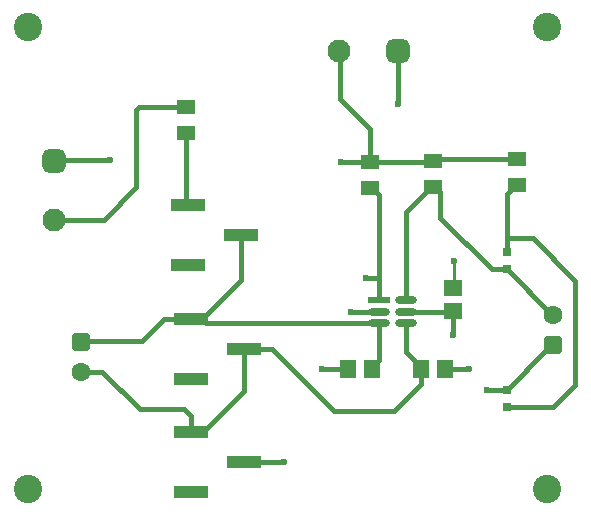
<source format=gbr>
G04*
G04 #@! TF.GenerationSoftware,Altium Limited,Altium Designer,24.1.2 (44)*
G04*
G04 Layer_Physical_Order=1*
G04 Layer_Color=255*
%FSLAX44Y44*%
%MOMM*%
G71*
G04*
G04 #@! TF.SameCoordinates,8F0F3E8E-BFDB-4773-B97D-B54856440852*
G04*
G04*
G04 #@! TF.FilePolarity,Positive*
G04*
G01*
G75*
%ADD14C,0.2540*%
%ADD15R,3.0000X1.0000*%
%ADD16R,1.6000X1.3000*%
%ADD17R,1.5500X1.3500*%
%ADD18R,1.3500X1.5500*%
%ADD19R,1.8544X0.6121*%
G04:AMPARAMS|DCode=20|XSize=1.8544mm|YSize=0.6121mm|CornerRadius=0.3061mm|HoleSize=0mm|Usage=FLASHONLY|Rotation=0.000|XOffset=0mm|YOffset=0mm|HoleType=Round|Shape=RoundedRectangle|*
%AMROUNDEDRECTD20*
21,1,1.8544,0.0000,0,0,0.0*
21,1,1.2423,0.6121,0,0,0.0*
1,1,0.6121,0.6211,0.0000*
1,1,0.6121,-0.6211,0.0000*
1,1,0.6121,-0.6211,0.0000*
1,1,0.6121,0.6211,0.0000*
%
%ADD20ROUNDEDRECTD20*%
%ADD21R,0.8000X0.8000*%
%ADD32C,0.3810*%
%ADD33C,2.4000*%
G04:AMPARAMS|DCode=34|XSize=1.6mm|YSize=1.6mm|CornerRadius=0.4mm|HoleSize=0mm|Usage=FLASHONLY|Rotation=270.000|XOffset=0mm|YOffset=0mm|HoleType=Round|Shape=RoundedRectangle|*
%AMROUNDEDRECTD34*
21,1,1.6000,0.8000,0,0,270.0*
21,1,0.8000,1.6000,0,0,270.0*
1,1,0.8000,-0.4000,-0.4000*
1,1,0.8000,-0.4000,0.4000*
1,1,0.8000,0.4000,0.4000*
1,1,0.8000,0.4000,-0.4000*
%
%ADD34ROUNDEDRECTD34*%
%ADD35C,1.6000*%
%ADD36C,1.9500*%
G04:AMPARAMS|DCode=37|XSize=1.95mm|YSize=1.95mm|CornerRadius=0.4875mm|HoleSize=0mm|Usage=FLASHONLY|Rotation=180.000|XOffset=0mm|YOffset=0mm|HoleType=Round|Shape=RoundedRectangle|*
%AMROUNDEDRECTD37*
21,1,1.9500,0.9750,0,0,180.0*
21,1,0.9750,1.9500,0,0,180.0*
1,1,0.9750,-0.4875,0.4875*
1,1,0.9750,0.4875,0.4875*
1,1,0.9750,0.4875,-0.4875*
1,1,0.9750,-0.4875,-0.4875*
%
%ADD37ROUNDEDRECTD37*%
G04:AMPARAMS|DCode=38|XSize=1.95mm|YSize=1.95mm|CornerRadius=0.4875mm|HoleSize=0mm|Usage=FLASHONLY|Rotation=270.000|XOffset=0mm|YOffset=0mm|HoleType=Round|Shape=RoundedRectangle|*
%AMROUNDEDRECTD38*
21,1,1.9500,0.9750,0,0,270.0*
21,1,0.9750,1.9500,0,0,270.0*
1,1,0.9750,-0.4875,-0.4875*
1,1,0.9750,-0.4875,0.4875*
1,1,0.9750,0.4875,0.4875*
1,1,0.9750,0.4875,-0.4875*
%
%ADD38ROUNDEDRECTD38*%
%ADD39C,0.6000*%
D14*
X1091692Y765142D02*
Y786638D01*
X1090930Y764380D02*
X1091692Y765142D01*
D15*
X869040Y591820D02*
D03*
X914040Y617220D02*
D03*
X869040Y642620D02*
D03*
Y687070D02*
D03*
X914040Y712470D02*
D03*
X869040Y737870D02*
D03*
X866500Y783590D02*
D03*
X911500Y808990D02*
D03*
X866500Y834390D02*
D03*
D16*
X1145540Y851330D02*
D03*
Y873330D02*
D03*
X1074420Y872060D02*
D03*
Y850060D02*
D03*
X1021080Y870790D02*
D03*
Y848790D02*
D03*
X864870Y917780D02*
D03*
Y895780D02*
D03*
D17*
X1090930Y744380D02*
D03*
Y764380D02*
D03*
D18*
X1064420Y695960D02*
D03*
X1084420D02*
D03*
X1022350D02*
D03*
X1002350D02*
D03*
D19*
X1028627Y753720D02*
D03*
D20*
Y744220D02*
D03*
Y734720D02*
D03*
X1051633D02*
D03*
Y744220D02*
D03*
Y753720D02*
D03*
D21*
X1136650Y663060D02*
D03*
Y678060D02*
D03*
Y794900D02*
D03*
Y779900D02*
D03*
D32*
X1090930Y724154D02*
Y744380D01*
X996618Y870790D02*
X1021080D01*
X996442Y870966D02*
X996618Y870790D01*
X1041400Y659892D02*
X1064420Y682912D01*
Y695960D01*
X990346Y659892D02*
X1041400D01*
X937768Y712470D02*
X990346Y659892D01*
X914040Y712470D02*
X937768D01*
X1175572Y663000D02*
X1194308Y681736D01*
X1136710Y663000D02*
X1175572D01*
X1194308Y681736D02*
Y770382D01*
X1158494Y806196D02*
X1194308Y770382D01*
X1136650Y806196D02*
X1158494D01*
X1136650Y663060D02*
X1136710Y663000D01*
X1028627Y772668D02*
Y842743D01*
Y753720D02*
Y772668D01*
X1017270Y772414D02*
X1017524Y772668D01*
X1028627D01*
X1136650Y806196D02*
Y843940D01*
Y794900D02*
Y806196D01*
X1090770Y744220D02*
X1090930Y744380D01*
X1051633Y744220D02*
X1090770D01*
X1119886Y677926D02*
X1120020Y678060D01*
X1136650D01*
X1124084Y779900D02*
X1136650D01*
X1080515Y823469D02*
X1124084Y779900D01*
X1080515Y823469D02*
Y845465D01*
X1136650Y779900D02*
X1174870Y741680D01*
X1074420Y850060D02*
X1075920D01*
X1072920D02*
X1074420D01*
X1075920D02*
X1080515Y845465D01*
X1005078Y744220D02*
X1028627D01*
X1170068Y711478D02*
X1171218D01*
X1136650Y678060D02*
X1170068Y711478D01*
X1171218D02*
X1176020Y716280D01*
X1174870Y741680D02*
X1176020D01*
X1144040Y851330D02*
X1145540D01*
X1136650Y843940D02*
X1144040Y851330D01*
X1044810Y920134D02*
X1044956Y919988D01*
X1044810Y920134D02*
Y965240D01*
X995172Y924560D02*
Y964878D01*
X994810Y965240D02*
X995172Y964878D01*
X1021080Y870790D02*
Y898652D01*
X995172Y924560D02*
X1021080Y898652D01*
X1074420Y872060D02*
X1075690Y873330D01*
X1145540D01*
X1021080Y870790D02*
X1073150D01*
X1074420Y872060D01*
X1051633Y828773D02*
X1072920Y850060D01*
X1051633Y753720D02*
Y828773D01*
X1022580Y848790D02*
X1028627Y842743D01*
X1021080Y848790D02*
X1022580D01*
X864870Y836020D02*
X866500Y834390D01*
X864870Y836020D02*
Y895780D01*
X864284Y917194D02*
X864870Y917780D01*
X824938Y917194D02*
X864284D01*
X822706Y849376D02*
Y914962D01*
X824938Y917194D01*
X795420Y822090D02*
X822706Y849376D01*
X753070Y822090D02*
X795420D01*
X753143Y872163D02*
X800789D01*
X753070Y872090D02*
X753143Y872163D01*
X800789D02*
X800862Y872236D01*
X794258Y693420D02*
X826008Y661670D01*
X775970Y693420D02*
X794258D01*
X826008Y661670D02*
X863092D01*
X869040Y655722D01*
Y642620D02*
Y655722D01*
X776732Y719582D02*
X827786D01*
X775970Y718820D02*
X776732Y719582D01*
X827786D02*
X846074Y737870D01*
X869040D01*
X914040Y617220D02*
X947674D01*
X947928Y617474D01*
X914040Y677058D02*
Y712470D01*
X869040Y642620D02*
X872135Y645715D01*
X882697D01*
X914040Y677058D01*
X911500Y808990D02*
X911860Y808630D01*
Y770690D02*
Y808630D01*
X869040Y737870D02*
X879040D01*
X911860Y770690D01*
X882190Y734720D02*
X1028627D01*
X879040Y737870D02*
X882190Y734720D01*
X980186Y695960D02*
X1002350D01*
X1084420D02*
X1104900D01*
X1022350Y696960D02*
X1028627Y703237D01*
Y734720D01*
X1022350Y695960D02*
Y696960D01*
X1051633Y709747D02*
Y734720D01*
Y709747D02*
X1064420Y696960D01*
Y695960D02*
Y696960D01*
D33*
X1170940Y985520D02*
D03*
Y594360D02*
D03*
X731520D02*
D03*
Y985520D02*
D03*
D34*
X775970Y718820D02*
D03*
X1176020Y716280D02*
D03*
D35*
X775970Y693420D02*
D03*
X1176020Y741680D02*
D03*
D36*
X994810Y965240D02*
D03*
X753070Y822090D02*
D03*
D37*
X1044810Y965240D02*
D03*
D38*
X753070Y872090D02*
D03*
D39*
X1090930Y724154D02*
D03*
X996618Y870790D02*
D03*
X1120020Y678060D02*
D03*
X1017524Y772668D02*
D03*
X1104900Y695960D02*
D03*
X1005078Y744220D02*
D03*
X1044883Y920061D02*
D03*
X800862Y872236D02*
D03*
X947674Y617220D02*
D03*
X980186Y695960D02*
D03*
X1091692Y786638D02*
D03*
M02*

</source>
